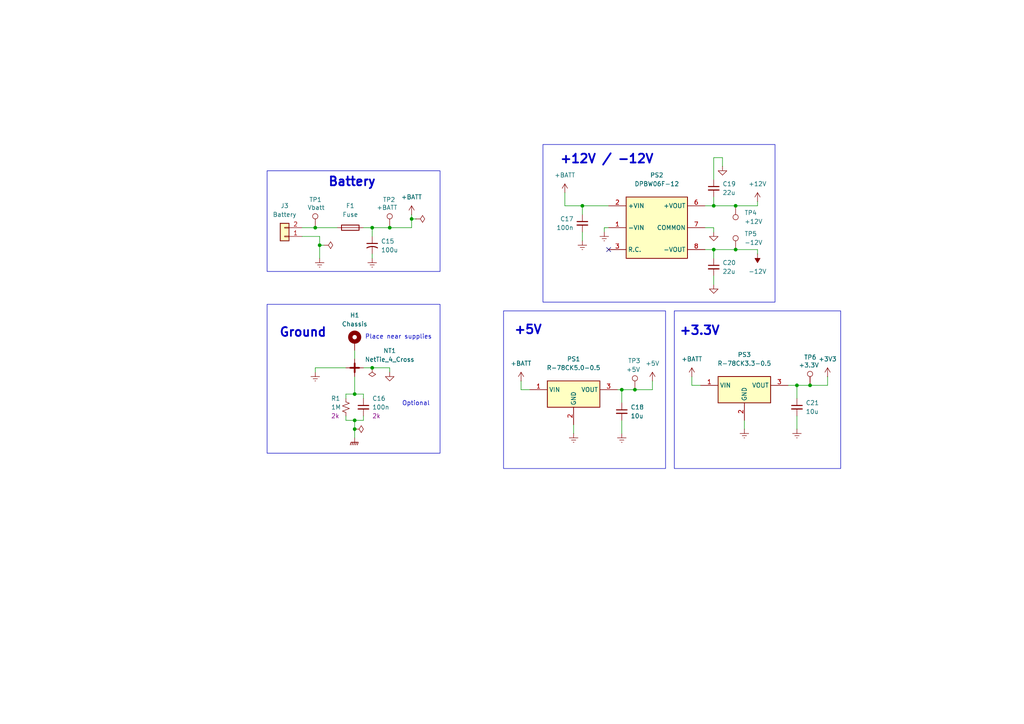
<source format=kicad_sch>
(kicad_sch (version 20250114) (generator "eeschema") (generator_version "9.0")
  (paper "A4")
  (lib_symbols
    (symbol "Connector:TestPoint" (pin_numbers (hide yes)) (pin_names (offset 0.762) (hide yes))
      (property "Reference" "TP" (at 0 6.858 0))
      (property "Value" "TestPoint" (at 0 5.08 0))
      (symbol "TestPoint_0_1"
        (circle (center 0 3.302) (radius 0.762))
      )
      (symbol "TestPoint_1_1"
        (pin passive line (at 0 0 90) (length 2.54) (name "1") (number "1"))
      )
    )
    (symbol "Connector_Generic:Conn_01x02" (pin_names (offset 1.016) (hide yes))
      (property "Reference" "J" (at 0 2.54 0))
      (property "Value" "Conn_01x02" (at 0 -5.08 0))
      (symbol "Conn_01x02_1_1"
        (rectangle (start -1.27 1.27) (end 1.27 -3.81) (stroke (width 0.254)) (fill (type background)))
        (rectangle (start -1.27 0.127) (end 0 -0.127) (stroke (width 0.1524)))
        (rectangle (start -1.27 -2.413) (end 0 -2.667) (stroke (width 0.1524)))
        (pin passive line (at -5.08 0 0) (length 3.81) (name "Pin_1") (number "1"))
        (pin passive line (at -5.08 -2.54 0) (length 3.81) (name "Pin_2") (number "2"))
      )
    )
    (symbol "Device:C_Small" (pin_numbers (hide yes)) (pin_names (offset 0.254) (hide yes))
      (property "Reference" "C" (at 0.254 1.778 0))
      (property "Value" "C_Small" (at 0.254 -2.032 0))
      (symbol "C_Small_0_1"
        (polyline (pts (xy -1.524 0.508) (xy 1.524 0.508)) (stroke (width 0.3048)))
        (polyline (pts (xy -1.524 -0.508) (xy 1.524 -0.508)) (stroke (width 0.3302)))
      )
      (symbol "C_Small_1_1"
        (pin passive line (at 0 2.54 270) (length 2.032) (name "~") (number "1"))
        (pin passive line (at 0 -2.54 90) (length 2.032) (name "~") (number "2"))
      )
    )
    (symbol "Device:C_Small_US" (pin_numbers (hide yes)) (pin_names (offset 0.254) (hide yes))
      (property "Reference" "C" (at 0.254 1.778 0))
      (property "Value" "C_Small_US" (at 0.254 -2.032 0))
      (symbol "C_Small_US_0_1"
        (polyline (pts (xy -1.524 0.508) (xy 1.524 0.508)) (stroke (width 0.3048)))
        (arc (start -1.524 -0.762) (mid 0 -0.3734) (end 1.524 -0.762) (stroke (width 0.3048)))
      )
      (symbol "C_Small_US_1_1"
        (pin passive line (at 0 2.54 270) (length 2.032) (name "~") (number "1"))
        (pin passive line (at 0 -2.54 90) (length 2.032) (name "~") (number "2"))
      )
    )
    (symbol "Device:Fuse" (pin_numbers (hide yes)) (pin_names (offset 0))
      (property "Reference" "F" (at 2.032 0 90))
      (property "Value" "Fuse" (at -1.905 0 90))
      (symbol "Fuse_0_1"
        (rectangle (start -0.762 -2.54) (end 0.762 2.54) (stroke (width 0.254)))
        (polyline (pts (xy 0 2.54) (xy 0 -2.54)))
      )
      (symbol "Fuse_1_1"
        (pin passive line (at 0 3.81 270) (length 1.27) (name "~") (number "1"))
        (pin passive line (at 0 -3.81 90) (length 1.27) (name "~") (number "2"))
      )
    )
    (symbol "Device:NetTie_4_Cross" (pin_numbers (hide yes)) (pin_names (offset 0) (hide yes)) (in_bom no)
      (property "Reference" "NT" (at 0.635 1.27 0))
      (property "Value" "NetTie_4_Cross" (at 0.635 -1.27 0))
      (symbol "NetTie_4_Cross_0_1"
        (polyline (pts (xy -1.27 0) (xy 1.27 0)) (stroke (width 0.508)))
        (polyline (pts (xy 0 -1.27) (xy 0 1.27)) (stroke (width 0.508)))
      )
      (symbol "NetTie_4_Cross_1_1"
        (pin passive line (at -2.54 0 0) (length 2.54) (name "1") (number "1"))
        (pin passive line (at 0 2.54 270) (length 2.54) (name "3") (number "3"))
        (pin passive line (at 0 -2.54 90) (length 2.54) (name "4") (number "4"))
        (pin passive line (at 2.54 0 180) (length 2.54) (name "2") (number "2"))
      )
    )
    (symbol "Device:R_Small_US" (pin_numbers (hide yes)) (pin_names (offset 0.254) (hide yes))
      (property "Reference" "R" (at 0.762 0.508 0))
      (property "Value" "R_Small_US" (at 0.762 -1.016 0))
      (symbol "R_Small_US_1_1"
        (polyline (pts (xy 0 1.524) (xy 1.016 1.143) (xy 0 0.762) (xy -1.016 0.381) (xy 0 0)))
        (polyline (pts (xy 0 0) (xy 1.016 -0.381) (xy 0 -0.762) (xy -1.016 -1.143) (xy 0 -1.524)))
        (pin passive line (at 0 2.54 270) (length 1.016) (name "~") (number "1"))
        (pin passive line (at 0 -2.54 90) (length 1.016) (name "~") (number "2"))
      )
    )
    (symbol "Mechanical:MountingHole_Pad" (pin_numbers (hide yes)) (pin_names (offset 1.016) (hide yes)) (in_bom no)
      (property "Reference" "H" (at 0 6.35 0))
      (property "Value" "MountingHole_Pad" (at 0 4.445 0))
      (symbol "MountingHole_Pad_0_1"
        (circle (center 0 1.27) (radius 1.27) (stroke (width 1.27)))
      )
      (symbol "MountingHole_Pad_1_1"
        (pin input line (at 0 -2.54 90) (length 2.54) (name "1") (number "1"))
      )
    )
    (symbol "link-components:DPBW06F-12"
      (property "Reference" "PS" (at 10.668 5.842 0))
      (property "Value" "DPBW06F-12" (at 6.35 3.302 0))
      (symbol "DPBW06F-12_1_1"
        (rectangle (start 3.81 1.27) (end 21.59 -16.51) (stroke (width 0.254)) (fill (type background)))
        (pin power_in line (at -1.27 -1.27 0) (length 5.08) (name "+VIN") (number "2"))
        (pin power_in line (at -1.27 -7.62 0) (length 5.08) (name "-VIN") (number "1"))
        (pin input line (at -1.27 -13.97 0) (length 5.08) (name "R.C.") (number "3"))
        (pin no_connect line (at 13.97 -20.32 0) (length 5.08) (hide yes) (name "N.C.") (number "5"))
        (pin power_out line (at 26.67 -1.27 180) (length 5.08) (name "+VOUT") (number "6"))
        (pin power_in line (at 26.67 -7.62 180) (length 5.08) (name "COMMON") (number "7"))
        (pin power_out line (at 26.67 -13.97 180) (length 5.08) (name "-VOUT") (number "8"))
      )
    )
    (symbol "link-components:R-78CK3.3-0.5"
      (property "Reference" "PS" (at 11.938 6.858 0))
      (property "Value" "R-78CK3.3-0.5" (at 4.826 4.572 0))
      (symbol "R-78CK3.3-0.5_1_1"
        (rectangle (start 5.08 1.27) (end 20.32 -6.35) (stroke (width 0.254)) (fill (type background)))
        (pin power_in line (at 0 -1.27 0) (length 5.08) (name "VIN") (number "1"))
        (pin power_in line (at 12.7 -11.43 90) (length 5.08) (name "GND") (number "2"))
        (pin power_out line (at 25.4 -1.27 180) (length 5.08) (name "VOUT") (number "3"))
      )
    )
    (symbol "link-components:R-78CK5.0-0.5"
      (property "Reference" "PS" (at 11.938 6.858 0))
      (property "Value" "R-78CK5.0-0.5" (at 4.826 4.572 0))
      (symbol "R-78CK5.0-0.5_1_1"
        (rectangle (start 5.08 1.27) (end 20.32 -6.35) (stroke (width 0.254)) (fill (type background)))
        (pin power_in line (at 0 -1.27 0) (length 5.08) (name "VIN") (number "1"))
        (pin power_in line (at 12.7 -11.43 90) (length 5.08) (name "GND") (number "2"))
        (pin power_out line (at 25.4 -1.27 180) (length 5.08) (name "VOUT") (number "3"))
      )
    )
    (symbol "power:+12V" (power) (pin_numbers (hide yes)) (pin_names (offset 0) (hide yes))
      (property "Value" "+12V" (at 0 3.556 0))
      (symbol "+12V_0_1"
        (polyline (pts (xy -0.762 1.27) (xy 0 2.54)))
        (polyline (pts (xy 0 2.54) (xy 0.762 1.27)))
        (polyline (pts (xy 0 0) (xy 0 2.54)))
      )
      (symbol "+12V_1_1"
        (pin power_in line (at 0 0 90) (length 0) (name "~") (number "1"))
      )
    )
    (symbol "power:+3V3" (power) (pin_numbers (hide yes)) (pin_names (offset 0) (hide yes))
      (property "Value" "+3V3" (at 0 3.556 0))
      (symbol "+3V3_0_1"
        (polyline (pts (xy -0.762 1.27) (xy 0 2.54)))
        (polyline (pts (xy 0 2.54) (xy 0.762 1.27)))
        (polyline (pts (xy 0 0) (xy 0 2.54)))
      )
      (symbol "+3V3_1_1"
        (pin power_in line (at 0 0 90) (length 0) (name "~") (number "1"))
      )
    )
    (symbol "power:+5V" (power) (pin_numbers (hide yes)) (pin_names (offset 0) (hide yes))
      (property "Value" "+5V" (at 0 3.556 0))
      (symbol "+5V_0_1"
        (polyline (pts (xy -0.762 1.27) (xy 0 2.54)))
        (polyline (pts (xy 0 2.54) (xy 0.762 1.27)))
        (polyline (pts (xy 0 0) (xy 0 2.54)))
      )
      (symbol "+5V_1_1"
        (pin power_in line (at 0 0 90) (length 0) (name "~") (number "1"))
      )
    )
    (symbol "power:+BATT" (power) (pin_numbers (hide yes)) (pin_names (offset 0) (hide yes))
      (property "Value" "+BATT" (at 0 3.556 0))
      (symbol "+BATT_0_1"
        (polyline (pts (xy -0.762 1.27) (xy 0 2.54)))
        (polyline (pts (xy 0 2.54) (xy 0.762 1.27)))
        (polyline (pts (xy 0 0) (xy 0 2.54)))
      )
      (symbol "+BATT_1_1"
        (pin power_in line (at 0 0 90) (length 0) (name "~") (number "1"))
      )
    )
    (symbol "power:-12V" (power) (pin_numbers (hide yes)) (pin_names (offset 0) (hide yes))
      (property "Value" "-12V" (at 0 3.556 0))
      (symbol "-12V_0_0"
        (pin power_in line (at 0 0 90) (length 0) (name "~") (number "1"))
      )
      (symbol "-12V_0_1"
        (polyline (pts (xy 0 0) (xy 0 1.27) (xy 0.762 1.27) (xy 0 2.54) (xy -0.762 1.27) (xy 0 1.27)) (fill (type outline)))
      )
    )
    (symbol "power:GND" (power) (pin_numbers (hide yes)) (pin_names (offset 0) (hide yes))
      (property "Value" "GND" (at 0 -3.81 0))
      (symbol "GND_0_1"
        (polyline (pts (xy 0 0) (xy 0 -1.27) (xy 1.27 -1.27) (xy 0 -2.54) (xy -1.27 -1.27) (xy 0 -1.27)))
      )
      (symbol "GND_1_1"
        (pin power_in line (at 0 0 270) (length 0) (name "~") (number "1"))
      )
    )
    (symbol "power:GNDPWR" (power) (pin_numbers (hide yes)) (pin_names (offset 0) (hide yes))
      (property "Value" "GNDPWR" (at 0 -3.302 0))
      (symbol "GNDPWR_0_1"
        (polyline (pts (xy -1.016 -1.27) (xy -1.27 -2.032) (xy -1.27 -2.032)) (stroke (width 0.2032)))
        (polyline (pts (xy -0.508 -1.27) (xy -0.762 -2.032) (xy -0.762 -2.032)) (stroke (width 0.2032)))
        (polyline (pts (xy 0 -1.27) (xy 0 0)))
        (polyline (pts (xy 0 -1.27) (xy -0.254 -2.032) (xy -0.254 -2.032)) (stroke (width 0.2032)))
        (polyline (pts (xy 0.508 -1.27) (xy 0.254 -2.032) (xy 0.254 -2.032)) (stroke (width 0.2032)))
        (polyline (pts (xy 1.016 -1.27) (xy -1.016 -1.27) (xy -1.016 -1.27)) (stroke (width 0.2032)))
        (polyline (pts (xy 1.016 -1.27) (xy 0.762 -2.032) (xy 0.762 -2.032) (xy 0.762 -2.032)) (stroke (width 0.2032)))
      )
      (symbol "GNDPWR_1_1"
        (pin power_in line (at 0 0 270) (length 0) (name "~") (number "1"))
      )
    )
    (symbol "power:GNDREF" (power) (pin_numbers (hide yes)) (pin_names (offset 0) (hide yes))
      (property "Value" "GNDREF" (at 0 -3.81 0))
      (symbol "GNDREF_0_1"
        (polyline (pts (xy -0.635 -1.905) (xy 0.635 -1.905)))
        (polyline (pts (xy -0.127 -2.54) (xy 0.127 -2.54)))
        (polyline (pts (xy 0 -1.27) (xy 0 0)))
        (polyline (pts (xy 1.27 -1.27) (xy -1.27 -1.27)))
      )
      (symbol "GNDREF_1_1"
        (pin power_in line (at 0 0 270) (length 0) (name "~") (number "1"))
      )
    )
    (symbol "power:PWR_FLAG" (power) (pin_numbers (hide yes)) (pin_names (offset 0) (hide yes))
      (property "Value" "PWR_FLAG" (at 0 3.81 0))
      (symbol "PWR_FLAG_0_0"
        (pin power_out line (at 0 0 90) (length 0) (name "~") (number "1"))
      )
      (symbol "PWR_FLAG_0_1"
        (polyline (pts (xy 0 0) (xy 0 1.27) (xy -1.016 1.905) (xy 0 2.54) (xy 1.016 1.905) (xy 0 1.27)))
      )
    )
  )
  (rectangle (start 157.48 41.91) (end 224.79 87.63))
  (rectangle (start 77.47 88.265) (end 127.635 131.445))
  (rectangle (start 77.47 49.53) (end 127.635 78.74))
  (rectangle (start 146.05 90.17) (end 193.04 135.89))
  (rectangle (start 195.58 90.17) (end 243.84 135.89))
  (text "Optional" (at 120.65 117.094 0) (effects (font (size 1.27 1.27))))
  (text "Battery" (at 102.108 52.832 0) (effects (font (size 2.54 2.54) (thickness 0.508) (bold yes))))
  (text "+12V / -12V" (at 176.022 46.228 0) (effects (font (size 2.54 2.54) (thickness 0.508) (bold yes))))
  (text "+5V" (at 153.162 95.758 0) (effects (font (size 2.54 2.54) (thickness 0.508) (bold yes))))
  (text "Ground" (at 87.884 96.52 0) (effects (font (size 2.54 2.54) (thickness 0.508) (bold yes))))
  (text "Place near supplies" (at 115.57 97.79 0) (effects (font (size 1.27 1.27))))
  (text "+3.3V" (at 202.946 96.012 0) (effects (font (size 2.54 2.54) (thickness 0.508) (bold yes))))
  (junction (at 213.36 72.39))
  (junction (at 92.71 71.12))
  (junction (at 213.36 59.69))
  (junction (at 102.87 121.92))
  (junction (at 234.95 111.76))
  (junction (at 102.87 114.3))
  (junction (at 207.01 72.39))
  (junction (at 102.87 124.46))
  (junction (at 168.91 59.69))
  (junction (at 180.34 113.03))
  (junction (at 231.14 111.76))
  (junction (at 107.95 106.68))
  (junction (at 207.01 59.69))
  (junction (at 119.38 63.5))
  (junction (at 113.03 66.04))
  (junction (at 184.15 113.03))
  (junction (at 107.95 66.04))
  (junction (at 91.44 66.04))
  (no_connect (at 176.53 72.39))
  (wire (pts (xy 107.95 66.04) (xy 107.95 68.58)))
  (wire (pts (xy 213.36 72.39) (xy 219.71 72.39)))
  (wire (pts (xy 87.63 66.04) (xy 91.44 66.04)))
  (wire (pts (xy 207.01 82.55) (xy 207.01 80.01)))
  (wire (pts (xy 102.87 121.92) (xy 102.87 124.46)))
  (wire (pts (xy 207.01 52.07) (xy 207.01 45.72)))
  (wire (pts (xy 168.91 59.69) (xy 176.53 59.69)))
  (wire (pts (xy 107.95 66.04) (xy 113.03 66.04)))
  (wire (pts (xy 166.37 123.19) (xy 166.37 125.73)))
  (wire (pts (xy 179.07 113.03) (xy 180.34 113.03)))
  (wire (pts (xy 180.34 113.03) (xy 184.15 113.03)))
  (wire (pts (xy 213.36 59.69) (xy 219.71 59.69)))
  (wire (pts (xy 231.14 111.76) (xy 231.14 115.57)))
  (wire (pts (xy 175.26 67.31) (xy 175.26 66.04)))
  (wire (pts (xy 102.87 121.92) (xy 105.41 121.92)))
  (wire (pts (xy 204.47 72.39) (xy 207.01 72.39)))
  (wire (pts (xy 100.33 114.3) (xy 102.87 114.3)))
  (wire (pts (xy 207.01 72.39) (xy 213.36 72.39)))
  (wire (pts (xy 87.63 68.58) (xy 92.71 68.58)))
  (wire (pts (xy 100.33 120.65) (xy 100.33 121.92)))
  (wire (pts (xy 175.26 66.04) (xy 176.53 66.04)))
  (wire (pts (xy 113.03 66.04) (xy 119.38 66.04)))
  (wire (pts (xy 92.71 71.12) (xy 92.71 74.93)))
  (wire (pts (xy 107.95 73.66) (xy 107.95 74.93)))
  (wire (pts (xy 207.01 57.15) (xy 207.01 59.69)))
  (wire (pts (xy 180.34 121.92) (xy 180.34 125.73)))
  (wire (pts (xy 119.38 63.5) (xy 119.38 66.04)))
  (wire (pts (xy 184.15 113.03) (xy 189.23 113.03)))
  (wire (pts (xy 107.95 106.68) (xy 113.03 106.68)))
  (wire (pts (xy 168.91 67.31) (xy 168.91 69.85)))
  (wire (pts (xy 215.9 121.92) (xy 215.9 124.46)))
  (wire (pts (xy 189.23 110.49) (xy 189.23 113.03)))
  (wire (pts (xy 234.95 111.76) (xy 240.03 111.76)))
  (wire (pts (xy 180.34 113.03) (xy 180.34 116.84)))
  (wire (pts (xy 102.87 109.22) (xy 102.87 114.3)))
  (wire (pts (xy 163.83 59.69) (xy 168.91 59.69)))
  (wire (pts (xy 209.55 45.72) (xy 209.55 48.26)))
  (wire (pts (xy 100.33 106.68) (xy 91.44 106.68)))
  (wire (pts (xy 207.01 67.31) (xy 207.01 66.04)))
  (wire (pts (xy 100.33 121.92) (xy 102.87 121.92)))
  (wire (pts (xy 204.47 59.69) (xy 207.01 59.69)))
  (wire (pts (xy 228.6 111.76) (xy 231.14 111.76)))
  (wire (pts (xy 120.65 63.5) (xy 119.38 63.5)))
  (wire (pts (xy 168.91 59.69) (xy 168.91 62.23)))
  (wire (pts (xy 163.83 55.88) (xy 163.83 59.69)))
  (wire (pts (xy 219.71 59.69) (xy 219.71 58.42)))
  (wire (pts (xy 105.41 66.04) (xy 107.95 66.04)))
  (wire (pts (xy 91.44 66.04) (xy 97.79 66.04)))
  (wire (pts (xy 105.41 115.57) (xy 105.41 114.3)))
  (wire (pts (xy 207.01 66.04) (xy 204.47 66.04)))
  (wire (pts (xy 100.33 115.57) (xy 100.33 114.3)))
  (wire (pts (xy 207.01 74.93) (xy 207.01 72.39)))
  (wire (pts (xy 105.41 114.3) (xy 102.87 114.3)))
  (wire (pts (xy 105.41 120.65) (xy 105.41 121.92)))
  (wire (pts (xy 92.71 71.12) (xy 93.98 71.12)))
  (wire (pts (xy 207.01 59.69) (xy 213.36 59.69)))
  (wire (pts (xy 105.41 106.68) (xy 107.95 106.68)))
  (wire (pts (xy 102.87 101.6) (xy 102.87 104.14)))
  (wire (pts (xy 92.71 68.58) (xy 92.71 71.12)))
  (wire (pts (xy 113.03 106.68) (xy 113.03 107.95)))
  (wire (pts (xy 240.03 109.22) (xy 240.03 111.76)))
  (wire (pts (xy 200.66 109.22) (xy 200.66 111.76)))
  (wire (pts (xy 102.87 124.46) (xy 102.87 127)))
  (wire (pts (xy 207.01 45.72) (xy 209.55 45.72)))
  (wire (pts (xy 231.14 111.76) (xy 234.95 111.76)))
  (wire (pts (xy 231.14 120.65) (xy 231.14 124.46)))
  (wire (pts (xy 151.13 113.03) (xy 153.67 113.03)))
  (wire (pts (xy 91.44 106.68) (xy 91.44 107.95)))
  (wire (pts (xy 219.71 72.39) (xy 219.71 73.66)))
  (wire (pts (xy 151.13 110.49) (xy 151.13 113.03)))
  (wire (pts (xy 200.66 111.76) (xy 203.2 111.76)))
  (wire (pts (xy 119.38 63.5) (xy 119.38 62.23)))
  (symbol (lib_id "power:GNDREF") (at 107.95 74.93 0) (unit 1)
    (property "Reference" "#PWR051" (effects (hide yes)))
    (property "Value" "GNDBATT" (effects (hide yes)))
    (property "Description" "Power symbol creates a global label with name \"GNDREF\" , reference supply ground" (effects (hide yes)))
  )
  (symbol (lib_id "power:GNDREF") (at 92.71 74.93 0) (unit 1)
    (property "Reference" "#PWR048" (effects (hide yes)))
    (property "Value" "GNDBATT" (effects (hide yes)))
    (property "Description" "Power symbol creates a global label with name \"GNDREF\" , reference supply ground" (effects (hide yes)))
  )
  (symbol (lib_id "Device:Fuse") (at 101.6 66.04 90) (unit 1)
    (property "Reference" "F1" (at 101.6 59.69 90))
    (property "Value" "Fuse" (at 101.6 62.23 90))
    (property "Footprint" "Link_Footprints:0154Series_LTF" (effects (hide yes)))
    (property "Datasheet" "https://jlcpcb.com/api/file/downloadByFileSystemAccessId/8588894468158197760" (effects (hide yes)))
    (property "LCSC" "C206910" (effects (hide yes)))
    (property "MPN" "0154002.DR" (effects (hide yes)))
  )
  (symbol (lib_id "power:GNDREF") (at 166.37 125.73 0) (unit 1)
    (property "Reference" "#PWR056" (effects (hide yes)))
    (property "Value" "GNDBATT" (effects (hide yes)))
    (property "Description" "Power symbol creates a global label with name \"GNDREF\" , reference supply ground" (effects (hide yes)))
  )
  (symbol (lib_id "Device:C_Small") (at 105.41 118.11 0) (unit 1)
    (property "Reference" "C16" (at 107.95 115.5762 0) (effects (justify left)))
    (property "Value" "100n" (at 107.95 118.1162 0) (effects (justify left)))
    (property "Footprint" "Capacitor_SMD:C_2220_5750Metric" (effects (hide yes)))
    (property "Description" "Unpolarized capacitor, small symbol" (effects (hide yes)))
    (property "Volt" "2k" (at 107.95 120.6562 0) (effects (justify left)))
    (property "LCSC" "C5290327" (effects (hide yes)))
    (property "MPN" "FV55X104K202EGG" (effects (hide yes)))
  )
  (symbol (lib_id "Device:C_Small") (at 207.01 54.61 0) (unit 1)
    (property "Reference" "C19" (at 209.55 53.3462 0) (effects (justify left)))
    (property "Value" "22u" (at 209.55 55.8862 0) (effects (justify left)))
    (property "Footprint" "Capacitor_SMD:C_2220_5750Metric" (effects (hide yes)))
    (property "Description" "Unpolarized capacitor, small symbol" (effects (hide yes)))
    (property "LCSC" "C784103" (effects (hide yes)))
    (property "MPN" "FS55X226K500EHG" (effects (hide yes)))
  )
  (symbol (lib_id "power:GNDREF") (at 215.9 124.46 0) (unit 1)
    (property "Reference" "#PWR065" (effects (hide yes)))
    (property "Value" "GNDBATT" (effects (hide yes)))
    (property "Description" "Power symbol creates a global label with name \"GNDREF\" , reference supply ground" (effects (hide yes)))
  )
  (symbol (lib_id "Connector:TestPoint") (at 234.95 111.76 0) (unit 1)
    (property "Reference" "TP6" (at 233.172 103.632 0) (effects (justify left)))
    (property "Value" "+3.3V" (at 231.648 105.918 0) (effects (justify left)))
    (property "Footprint" "TestPoint:TestPoint_Pad_D2.0mm" (effects (hide yes)))
    (property "Description" "test point" (effects (hide yes)))
  )
  (symbol (lib_id "Connector:TestPoint") (at 213.36 59.69 180) (unit 1)
    (property "Reference" "TP4" (at 215.9 61.7219 0) (effects (justify right)))
    (property "Value" "+12V" (at 215.9 64.2619 0) (effects (justify right)))
    (property "Footprint" "TestPoint:TestPoint_Pad_D2.0mm" (effects (hide yes)))
    (property "Description" "test point" (effects (hide yes)))
  )
  (symbol (lib_id "Device:C_Small") (at 180.34 119.38 0) (unit 1)
    (property "Reference" "C18" (at 182.88 118.1162 0) (effects (justify left)))
    (property "Value" "10u" (at 182.88 120.6562 0) (effects (justify left)))
    (property "Footprint" "Capacitor_SMD:C_0805_2012Metric" (effects (hide yes)))
    (property "Description" "Unpolarized capacitor, small symbol" (effects (hide yes)))
    (property "LCSC" "C32635" (effects (hide yes)))
    (property "MPN" "CL21B106KPQNNNE" (effects (hide yes)))
  )
  (symbol (lib_id "Connector:TestPoint") (at 184.15 113.03 0) (unit 1)
    (property "Reference" "TP3" (at 182.118 104.648 0) (effects (justify left)))
    (property "Value" "+5V" (at 181.61 107.188 0) (effects (justify left)))
    (property "Footprint" "TestPoint:TestPoint_Pad_D2.0mm" (effects (hide yes)))
    (property "Description" "test point" (effects (hide yes)))
  )
  (symbol (lib_id "power:PWR_FLAG") (at 120.65 63.5 270) (unit 1)
    (property "Reference" "#FLG04" (effects (hide yes)))
    (property "Value" "PWR_FLAG" (effects (hide yes)))
    (property "Description" "Special symbol for telling ERC where power comes from" (effects (hide yes)))
  )
  (symbol (lib_id "power:+BATT") (at 119.38 62.23 0) (unit 1)
    (property "Reference" "#PWR053" (effects (hide yes)))
    (property "Value" "+BATT" (at 119.38 57.15 0))
    (property "Description" "Power symbol creates a global label with name \"+BATT\"" (effects (hide yes)))
  )
  (symbol (lib_id "power:GND") (at 113.03 107.95 0) (unit 1)
    (property "Reference" "#PWR052" (effects (hide yes)))
    (property "Value" "GND" (effects (hide yes)))
    (property "Description" "Power symbol creates a global label with name \"GND\" , ground" (effects (hide yes)))
  )
  (symbol (lib_id "link-components:DPBW06F-12") (at 177.8 58.42 0) (unit 1)
    (property "Reference" "PS2" (at 190.5 50.8 0))
    (property "Value" "DPBW06F-12" (at 190.5 53.34 0))
    (property "Footprint" "Link_Footprints:DPBW06F-12" (effects (hide yes)))
    (property "Datasheet" "qZ-@AF424sFMEhMLtWAt8yEopF" (effects (hide yes)))
    (property "Description" "Module DC-DC 24VIN 2-OUT 12V/-12V 0.25A/-0.25A 6W 7-Pin SIP Module" (effects (hide yes)))
    (property "Height" "11.6" (effects (hide yes)))
    (property "Manufacturer_Name" "Mean Well" (effects (hide yes)))
    (property "Manufacturer_Part_Number" "DPBW06F-12" (effects (hide yes)))
  )
  (symbol (lib_id "power:GND") (at 207.01 67.31 0) (unit 1)
    (property "Reference" "#PWR062" (effects (hide yes)))
    (property "Value" "GND" (effects (hide yes)))
    (property "Description" "Power symbol creates a global label with name \"GND\" , ground" (effects (hide yes)))
  )
  (symbol (lib_id "Device:C_Small") (at 207.01 77.47 0) (unit 1)
    (property "Reference" "C20" (at 209.55 76.2062 0) (effects (justify left)))
    (property "Value" "22u" (at 209.55 78.7462 0) (effects (justify left)))
    (property "Footprint" "Capacitor_SMD:C_2220_5750Metric" (effects (hide yes)))
    (property "Description" "Unpolarized capacitor, small symbol" (effects (hide yes)))
    (property "LCSC" "C784103" (effects (hide yes)))
    (property "MPN" "FS55X226K500EHG" (effects (hide yes)))
  )
  (symbol (lib_id "power:GNDREF") (at 231.14 124.46 0) (unit 1)
    (property "Reference" "#PWR068" (effects (hide yes)))
    (property "Value" "GNDBATT" (effects (hide yes)))
    (property "Description" "Power symbol creates a global label with name \"GNDREF\" , reference supply ground" (effects (hide yes)))
  )
  (symbol (lib_id "power:GND") (at 209.55 48.26 0) (unit 1)
    (property "Reference" "#PWR064" (effects (hide yes)))
    (property "Value" "GND" (effects (hide yes)))
    (property "Description" "Power symbol creates a global label with name \"GND\" , ground" (effects (hide yes)))
  )
  (symbol (lib_id "power:GND") (at 207.01 82.55 0) (unit 1)
    (property "Reference" "#PWR063" (effects (hide yes)))
    (property "Value" "GND" (effects (hide yes)))
    (property "Description" "Power symbol creates a global label with name \"GND\" , ground" (effects (hide yes)))
  )
  (symbol (lib_id "link-components:R-78CK5.0-0.5") (at 153.67 111.76 0) (unit 1)
    (property "Reference" "PS1" (at 166.37 104.14 0))
    (property "Value" "R-78CK5.0-0.5" (at 166.37 106.68 0))
    (property "Footprint" "Link_Footprints:R78CK5005" (effects (hide yes)))
    (property "Datasheet" "https://recom-power.com/pdf/Innoline/R-78CK-0.5.pdf" (effects (hide yes)))
    (property "Description" "0.5A DC/DC-Converter \\'INNOLINE\\' SIP3 reg" (effects (hide yes)))
    (property "Height" "10.7" (effects (hide yes)))
    (property "Manufacturer_Name" "RECOM Power" (effects (hide yes)))
    (property "Manufacturer_Part_Number" "R-78CK5.0-0.5" (effects (hide yes)))
  )
  (symbol (lib_id "link-components:R-78CK3.3-0.5") (at 203.2 110.49 0) (unit 1)
    (property "Reference" "PS3" (at 215.9 102.87 0))
    (property "Value" "R-78CK3.3-0.5" (at 215.9 105.41 0))
    (property "Footprint" "Link_Footprints:R78CK3305" (effects (hide yes)))
    (property "Datasheet" "https://recom-power.com/pdf/Innoline/R-78CK-0.5.pdf" (effects (hide yes)))
    (property "Description" "0.5A DC/DC-Converter \\'INNOLINE\\' SIP3 reg" (effects (hide yes)))
    (property "Height" "10.7" (effects (hide yes)))
    (property "Manufacturer_Name" "RECOM Power" (effects (hide yes)))
    (property "Manufacturer_Part_Number" "R-78CK3.3-0.5" (effects (hide yes)))
  )
  (symbol (lib_id "power:PWR_FLAG") (at 93.98 71.12 270) (unit 1)
    (property "Reference" "#FLG01" (effects (hide yes)))
    (property "Value" "PWR_FLAG" (effects (hide yes)))
    (property "Description" "Special symbol for telling ERC where power comes from" (effects (hide yes)))
  )
  (symbol (lib_id "Device:C_Small") (at 231.14 118.11 0) (unit 1)
    (property "Reference" "C21" (at 233.68 116.8462 0) (effects (justify left)))
    (property "Value" "10u" (at 233.68 119.3862 0) (effects (justify left)))
    (property "Footprint" "Capacitor_SMD:C_0805_2012Metric" (effects (hide yes)))
    (property "Description" "Unpolarized capacitor, small symbol" (effects (hide yes)))
    (property "LCSC" "C32635" (effects (hide yes)))
    (property "MPN" "CL21B106KPQNNNE" (effects (hide yes)))
  )
  (symbol (lib_id "Device:C_Small") (at 168.91 64.77 0) (unit 1)
    (property "Reference" "C17" (at 166.37 63.5062 0) (effects (justify right)))
    (property "Value" "100n" (at 166.37 66.0462 0) (effects (justify right)))
    (property "Footprint" "Capacitor_SMD:C_0603_1608Metric" (effects (hide yes)))
    (property "Description" "Unpolarized capacitor, small symbol" (effects (hide yes)))
    (property "LCSC" "C6119867" (effects (hide yes)))
    (property "MPN" "CGA0603X7R104K500JT" (effects (hide yes)))
  )
  (symbol (lib_id "power:GNDREF") (at 175.26 67.31 0) (unit 1)
    (property "Reference" "#PWR058" (effects (hide yes)))
    (property "Value" "GNDBATT" (effects (hide yes)))
    (property "Description" "Power symbol creates a global label with name \"GNDREF\" , reference supply ground" (effects (hide yes)))
  )
  (symbol (lib_id "power:GNDREF") (at 168.91 69.85 0) (unit 1)
    (property "Reference" "#PWR057" (effects (hide yes)))
    (property "Value" "GNDBATT" (effects (hide yes)))
    (property "Description" "Power symbol creates a global label with name \"GNDREF\" , reference supply ground" (effects (hide yes)))
  )
  (symbol (lib_id "power:-12V") (at 219.71 73.66 180) (unit 1)
    (property "Reference" "#PWR067" (effects (hide yes)))
    (property "Value" "-12V" (at 219.71 78.74 0))
    (property "Description" "Power symbol creates a global label with name \"-12V\"" (effects (hide yes)))
  )
  (symbol (lib_id "Connector:TestPoint") (at 113.03 66.04 0) (unit 1)
    (property "Reference" "TP2" (at 110.998 57.912 0) (effects (justify left)))
    (property "Value" "+BATT" (at 109.22 60.198 0) (effects (justify left)))
    (property "Footprint" "TestPoint:TestPoint_Pad_D2.0mm" (effects (hide yes)))
    (property "Description" "test point" (effects (hide yes)))
  )
  (symbol (lib_id "power:+BATT") (at 163.83 55.88 0) (unit 1)
    (property "Reference" "#PWR055" (effects (hide yes)))
    (property "Value" "+BATT" (at 163.83 50.8 0))
    (property "Description" "Power symbol creates a global label with name \"+BATT\"" (effects (hide yes)))
  )
  (symbol (lib_id "power:GNDREF") (at 91.44 107.95 0) (unit 1)
    (property "Reference" "#PWR049" (effects (hide yes)))
    (property "Value" "GNDBATT" (effects (hide yes)))
    (property "Description" "Power symbol creates a global label with name \"GNDREF\" , reference supply ground" (effects (hide yes)))
  )
  (symbol (lib_id "power:+5V") (at 189.23 110.49 0) (unit 1)
    (property "Reference" "#PWR060" (effects (hide yes)))
    (property "Value" "+5V" (at 189.23 105.41 0))
    (property "Description" "Power symbol creates a global label with name \"+5V\"" (effects (hide yes)))
  )
  (symbol (lib_id "power:+12V") (at 219.71 58.42 0) (unit 1)
    (property "Reference" "#PWR066" (effects (hide yes)))
    (property "Value" "+12V" (at 219.71 53.34 0))
    (property "Description" "Power symbol creates a global label with name \"+12V\"" (effects (hide yes)))
  )
  (symbol (lib_id "power:+BATT") (at 151.13 110.49 0) (unit 1)
    (property "Reference" "#PWR054" (effects (hide yes)))
    (property "Value" "+BATT" (at 151.13 105.41 0))
    (property "Description" "Power symbol creates a global label with name \"+BATT\"" (effects (hide yes)))
  )
  (symbol (lib_id "Connector_Generic:Conn_01x02") (at 82.55 68.58 180) (unit 1)
    (property "Reference" "J3" (at 82.55 59.69 0))
    (property "Value" "Battery" (at 82.55 62.23 0))
    (property "Footprint" "Link_Footprints:TE_3-641215-2" (effects (hide yes)))
    (property "Datasheet" "https://www.te.com/usa-en/product-3-641215-2.datasheet.pdf" (effects (hide yes)))
    (property "LCSC" "C5168872" (effects (hide yes)))
    (property "MPN" "3-641215-2" (effects (hide yes)))
    (property "DigiKey" "A30786-ND" (effects (hide yes)))
  )
  (symbol (lib_id "Mechanical:MountingHole_Pad") (at 102.87 99.06 0) (unit 1) (in_bom no)
    (property "Reference" "H1" (at 102.87 91.44 0))
    (property "Value" "Chassis" (at 102.87 93.98 0))
    (property "Description" "Mounting Hole with connection" (effects (hide yes)))
  )
  (symbol (lib_id "power:PWR_FLAG") (at 107.95 106.68 180) (unit 1)
    (property "Reference" "#FLG03" (effects (hide yes)))
    (property "Value" "PWR_FLAG" (effects (hide yes)))
    (property "Description" "Special symbol for telling ERC where power comes from" (effects (hide yes)))
  )
  (symbol (lib_id "power:GNDPWR") (at 102.87 127 0) (unit 1)
    (property "Reference" "#PWR050" (effects (hide yes)))
    (property "Value" "GNDPWR" (effects (hide yes)))
    (property "Description" "Power symbol creates a global label with name \"GNDPWR\" , global ground" (effects (hide yes)))
  )
  (symbol (lib_id "Device:NetTie_4_Cross") (at 102.87 106.68 0) (unit 1) (in_bom no)
    (property "Reference" "NT1" (at 113.03 101.7268 0))
    (property "Value" "NetTie_4_Cross" (at 113.03 104.2668 0))
    (property "Footprint" "NetTie:NetTie-4_SMD_Pad2.0mm" (effects (hide yes)))
    (property "Description" "Net tie, 4 pins, cross" (effects (hide yes)))
  )
  (symbol (lib_id "Device:C_Small_US") (at 107.95 71.12 0) (unit 1)
    (property "Reference" "C15" (at 110.49 69.9769 0) (effects (justify left)))
    (property "Value" "100u" (at 110.49 72.5169 0) (effects (justify left)))
    (property "Footprint" "Capacitor_SMD:C_Elec_6.3x7.7" (effects (hide yes)))
    (property "Description" "capacitor, small US symbol" (effects (hide yes)))
    (property "LCSC" "C72478" (effects (hide yes)))
    (property "MPN" "RVT1V101M0607" (effects (hide yes)))
  )
  (symbol (lib_id "power:+3V3") (at 240.03 109.22 0) (unit 1)
    (property "Reference" "#PWR069" (effects (hide yes)))
    (property "Value" "+3V3" (at 240.03 104.14 0))
    (property "Description" "Power symbol creates a global label with name \"+3V3\"" (effects (hide yes)))
  )
  (symbol (lib_id "power:GNDREF") (at 180.34 125.73 0) (unit 1)
    (property "Reference" "#PWR059" (effects (hide yes)))
    (property "Value" "GNDBATT" (effects (hide yes)))
    (property "Description" "Power symbol creates a global label with name \"GNDREF\" , reference supply ground" (effects (hide yes)))
  )
  (symbol (lib_id "power:PWR_FLAG") (at 102.87 124.46 270) (unit 1)
    (property "Reference" "#FLG02" (effects (hide yes)))
    (property "Value" "PWR_FLAG" (effects (hide yes)))
    (property "Description" "Special symbol for telling ERC where power comes from" (effects (hide yes)))
  )
  (symbol (lib_id "power:+BATT") (at 200.66 109.22 0) (unit 1)
    (property "Reference" "#PWR061" (effects (hide yes)))
    (property "Value" "+BATT" (at 200.66 104.14 0))
    (property "Description" "Power symbol creates a global label with name \"+BATT\"" (effects (hide yes)))
  )
  (symbol (lib_id "Device:R_Small_US") (at 100.33 118.11 0) (unit 1)
    (property "Reference" "R1" (at 96.012 115.57 0) (effects (justify left)))
    (property "Value" "1M" (at 96.012 118.11 0) (effects (justify left)))
    (property "Footprint" "Resistor_SMD:R_2010_5025Metric" (effects (hide yes)))
    (property "Description" "Resistor, small US symbol" (effects (hide yes)))
    (property "Volt" "2k" (at 96.012 120.65 0) (effects (justify left)))
    (property "LCSC" "C1513439" (effects (hide yes)))
    (property "MPN" "RCV20101M00FKEFAT" (effects (hide yes)))
  )
  (symbol (lib_id "Connector:TestPoint") (at 91.44 66.04 0) (unit 1)
    (property "Reference" "TP1" (at 89.662 57.912 0) (effects (justify left)))
    (property "Value" "Vbatt" (at 89.154 60.198 0) (effects (justify left)))
    (property "Footprint" "TestPoint:TestPoint_Pad_D2.0mm" (effects (hide yes)))
    (property "Description" "test point" (effects (hide yes)))
  )
  (symbol (lib_id "Connector:TestPoint") (at 213.36 72.39 0) (unit 1)
    (property "Reference" "TP5" (at 215.9 67.8179 0) (effects (justify left)))
    (property "Value" "-12V" (at 215.9 70.3579 0) (effects (justify left)))
    (property "Footprint" "TestPoint:TestPoint_Pad_D2.0mm" (effects (hide yes)))
    (property "Description" "test point" (effects (hide yes)))
  )
)
</source>
